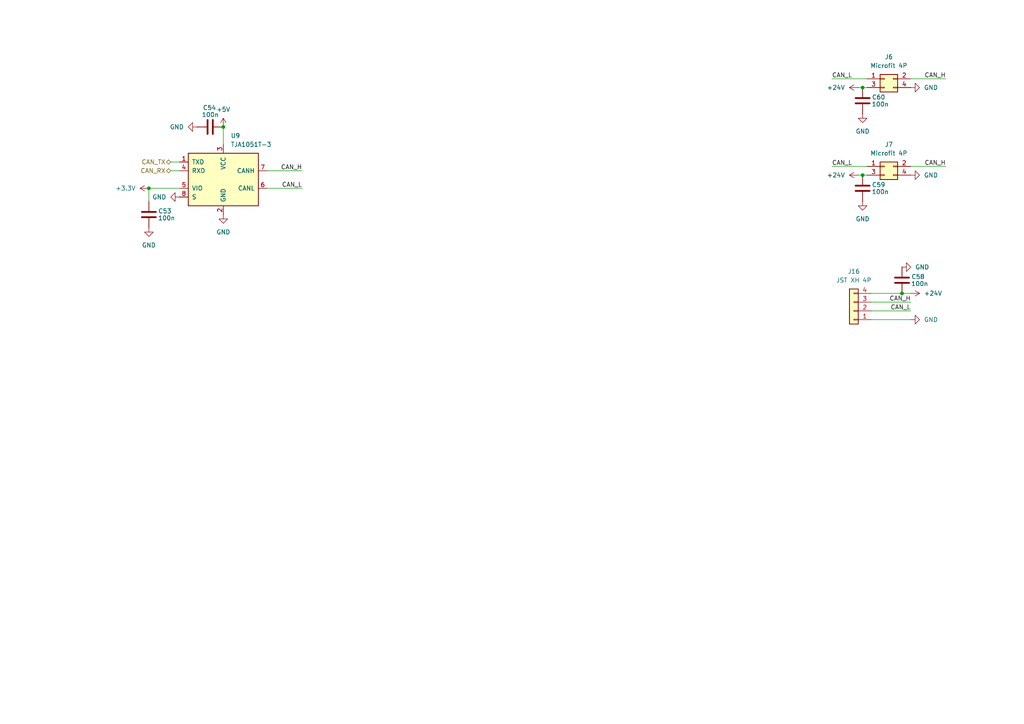
<source format=kicad_sch>
(kicad_sch (version 20250114) (generator "eeschema") (generator_version "9.0")
  (paper "A4")
  (lib_symbols
    (symbol "Connector_Generic:Conn_01x04" (pin_names (offset 1.016) (hide yes))
      (property "Reference" "J" (at 0 5.08 0))
      (property "Value" "Conn_01x04" (at 0 -7.62 0))
      (symbol "Conn_01x04_1_1"
        (rectangle (start -1.27 3.81) (end 1.27 -6.35) (stroke (width 0.254)) (fill (type background)))
        (rectangle (start -1.27 2.667) (end 0 2.413) (stroke (width 0.1524)))
        (rectangle (start -1.27 0.127) (end 0 -0.127) (stroke (width 0.1524)))
        (rectangle (start -1.27 -2.413) (end 0 -2.667) (stroke (width 0.1524)))
        (rectangle (start -1.27 -4.953) (end 0 -5.207) (stroke (width 0.1524)))
        (pin passive line (at -5.08 2.54 0) (length 3.81) (name "Pin_1") (number "1"))
        (pin passive line (at -5.08 0 0) (length 3.81) (name "Pin_2") (number "2"))
        (pin passive line (at -5.08 -2.54 0) (length 3.81) (name "Pin_3") (number "3"))
        (pin passive line (at -5.08 -5.08 0) (length 3.81) (name "Pin_4") (number "4"))
      )
    )
    (symbol "Connector_Generic:Conn_02x02_Odd_Even" (pin_names (offset 1.016) (hide yes))
      (property "Reference" "J" (at 1.27 2.54 0))
      (property "Value" "Conn_02x02_Odd_Even" (at 1.27 -5.08 0))
      (symbol "Conn_02x02_Odd_Even_1_1"
        (rectangle (start -1.27 1.27) (end 3.81 -3.81) (stroke (width 0.254)) (fill (type background)))
        (rectangle (start -1.27 0.127) (end 0 -0.127) (stroke (width 0.1524)))
        (rectangle (start -1.27 -2.413) (end 0 -2.667) (stroke (width 0.1524)))
        (rectangle (start 3.81 0.127) (end 2.54 -0.127) (stroke (width 0.1524)))
        (rectangle (start 3.81 -2.413) (end 2.54 -2.667) (stroke (width 0.1524)))
        (pin passive line (at -5.08 0 0) (length 3.81) (name "Pin_1") (number "1"))
        (pin passive line (at -5.08 -2.54 0) (length 3.81) (name "Pin_3") (number "3"))
        (pin passive line (at 7.62 0 180) (length 3.81) (name "Pin_2") (number "2"))
        (pin passive line (at 7.62 -2.54 180) (length 3.81) (name "Pin_4") (number "4"))
      )
    )
    (symbol "Device:C" (pin_numbers (hide yes)) (pin_names (offset 0.254))
      (property "Reference" "C" (at 0.635 2.54 0))
      (property "Value" "C" (at 0.635 -2.54 0))
      (symbol "C_0_1"
        (polyline (pts (xy -2.032 0.762) (xy 2.032 0.762)) (stroke (width 0.508)))
        (polyline (pts (xy -2.032 -0.762) (xy 2.032 -0.762)) (stroke (width 0.508)))
      )
      (symbol "C_1_1"
        (pin passive line (at 0 3.81 270) (length 2.794) (name "~") (number "1"))
        (pin passive line (at 0 -3.81 90) (length 2.794) (name "~") (number "2"))
      )
    )
    (symbol "Interface_CAN_LIN:TJA1051T-3" (pin_names (offset 1.016))
      (property "Reference" "U" (at -10.16 8.89 0))
      (property "Value" "TJA1051T-3" (at 1.27 8.89 0))
      (symbol "TJA1051T-3_0_1"
        (rectangle (start -10.16 7.62) (end 10.16 -7.62) (stroke (width 0.254)) (fill (type background)))
      )
      (symbol "TJA1051T-3_1_1"
        (pin input line (at -12.7 5.08 0) (length 2.54) (name "TXD") (number "1"))
        (pin output line (at -12.7 2.54 0) (length 2.54) (name "RXD") (number "4"))
        (pin power_in line (at -12.7 -2.54 0) (length 2.54) (name "VIO") (number "5"))
        (pin input line (at -12.7 -5.08 0) (length 2.54) (name "S") (number "8"))
        (pin power_in line (at 0 10.16 270) (length 2.54) (name "VCC") (number "3"))
        (pin power_in line (at 0 -10.16 90) (length 2.54) (name "GND") (number "2"))
        (pin bidirectional line (at 12.7 2.54 180) (length 2.54) (name "CANH") (number "7"))
        (pin bidirectional line (at 12.7 -2.54 180) (length 2.54) (name "CANL") (number "6"))
      )
    )
    (symbol "power:+24V" (power) (pin_numbers (hide yes)) (pin_names (offset 0) (hide yes))
      (property "Value" "+24V" (at 0 3.556 0))
      (symbol "+24V_0_1"
        (polyline (pts (xy -0.762 1.27) (xy 0 2.54)))
        (polyline (pts (xy 0 2.54) (xy 0.762 1.27)))
        (polyline (pts (xy 0 0) (xy 0 2.54)))
      )
      (symbol "+24V_1_1"
        (pin power_in line (at 0 0 90) (length 0) (name "~") (number "1"))
      )
    )
    (symbol "power:+3.3V" (power) (pin_numbers (hide yes)) (pin_names (offset 0) (hide yes))
      (property "Value" "+3.3V" (at 0 3.556 0))
      (symbol "+3.3V_0_1"
        (polyline (pts (xy -0.762 1.27) (xy 0 2.54)))
        (polyline (pts (xy 0 2.54) (xy 0.762 1.27)))
        (polyline (pts (xy 0 0) (xy 0 2.54)))
      )
      (symbol "+3.3V_1_1"
        (pin power_in line (at 0 0 90) (length 0) (name "~") (number "1"))
      )
    )
    (symbol "power:+5V" (power) (pin_numbers (hide yes)) (pin_names (offset 0) (hide yes))
      (property "Value" "+5V" (at 0 3.556 0))
      (symbol "+5V_0_1"
        (polyline (pts (xy -0.762 1.27) (xy 0 2.54)))
        (polyline (pts (xy 0 2.54) (xy 0.762 1.27)))
        (polyline (pts (xy 0 0) (xy 0 2.54)))
      )
      (symbol "+5V_1_1"
        (pin power_in line (at 0 0 90) (length 0) (name "~") (number "1"))
      )
    )
    (symbol "power:GND" (power) (pin_numbers (hide yes)) (pin_names (offset 0) (hide yes))
      (property "Value" "GND" (at 0 -3.81 0))
      (symbol "GND_0_1"
        (polyline (pts (xy 0 0) (xy 0 -1.27) (xy 1.27 -1.27) (xy 0 -2.54) (xy -1.27 -1.27) (xy 0 -1.27)))
      )
      (symbol "GND_1_1"
        (pin power_in line (at 0 0 270) (length 0) (name "~") (number "1"))
      )
    )
  )
  (junction (at 43.18 54.61))
  (junction (at 250.19 50.8))
  (junction (at 261.62 85.09))
  (junction (at 250.19 25.4))
  (junction (at 64.77 36.83))
  (wire (pts (xy 64.77 36.83) (xy 64.77 41.91)))
  (wire (pts (xy 77.47 54.61) (xy 87.63 54.61)))
  (wire (pts (xy 252.73 85.09) (xy 261.62 85.09)))
  (wire (pts (xy 49.53 49.53) (xy 52.07 49.53)))
  (wire (pts (xy 43.18 58.42) (xy 43.18 54.61)))
  (wire (pts (xy 252.73 90.17) (xy 264.16 90.17)))
  (wire (pts (xy 77.47 49.53) (xy 87.63 49.53)))
  (wire (pts (xy 252.73 87.63) (xy 264.16 87.63)))
  (wire (pts (xy 261.62 85.09) (xy 264.16 85.09)))
  (wire (pts (xy 250.19 50.8) (xy 251.46 50.8)))
  (wire (pts (xy 248.92 50.8) (xy 250.19 50.8)))
  (wire (pts (xy 264.16 48.26) (xy 274.32 48.26)))
  (wire (pts (xy 250.19 25.4) (xy 251.46 25.4)))
  (wire (pts (xy 248.92 25.4) (xy 250.19 25.4)))
  (wire (pts (xy 43.18 54.61) (xy 52.07 54.61)))
  (wire (pts (xy 49.53 46.99) (xy 52.07 46.99)))
  (wire (pts (xy 264.16 22.86) (xy 274.32 22.86)))
  (wire (pts (xy 252.73 92.71) (xy 264.16 92.71)))
  (wire (pts (xy 241.3 22.86) (xy 251.46 22.86)))
  (wire (pts (xy 241.3 48.26) (xy 251.46 48.26)))
  (label "CAN_H" (at 274.32 22.86 180))
  (label "CAN_H" (at 264.16 87.63 180))
  (label "CAN_H" (at 87.63 49.53 180))
  (label "CAN_H" (at 274.32 48.26 180))
  (label "CAN_L" (at 87.63 54.61 180))
  (label "CAN_L" (at 241.3 48.26 0))
  (label "CAN_L" (at 264.16 90.17 180))
  (label "CAN_L" (at 241.3 22.86 0))
  (hierarchical_label "CAN_TX" (shape bidirectional) (at 49.53 46.99 180))
  (hierarchical_label "CAN_RX" (shape bidirectional) (at 49.53 49.53 180))
  (symbol (lib_id "Connector_Generic:Conn_01x04") (at 247.65 90.17 180) (unit 1)
    (property "Reference" "J16" (at 247.65 78.74 0))
    (property "Value" "JST XH 4P" (at 247.65 81.28 0))
    (property "Footprint" "Connector_JST:JST_XH_S4B-XH-A_1x04_P2.50mm_Horizontal" (effects (hide yes)))
    (property "Description" "Generic connector, single row, 01x04, script generated (kicad-library-utils/schlib/autogen/connector/)" (effects (hide yes)))
  )
  (symbol (lib_id "power:GND") (at 43.18 66.04 0) (unit 1)
    (property "Reference" "#PWR0132" (effects (hide yes)))
    (property "Value" "GND" (at 43.18 71.12 0))
    (property "Description" "Power symbol creates a global label with name \"GND\" , ground" (effects (hide yes)))
  )
  (symbol (lib_id "Device:C") (at 250.19 29.21 180) (unit 1)
    (property "Reference" "C60" (at 256.794 28.194 0) (effects (justify left)))
    (property "Value" "100n" (at 257.81 30.226 0) (effects (justify left)))
    (property "Footprint" "Capacitor_SMD:C_0402_1005Metric" (effects (hide yes)))
  )
  (symbol (lib_id "Device:C") (at 60.96 36.83 90) (unit 1)
    (property "Reference" "C54" (at 62.738 31.242 90) (effects (justify left)))
    (property "Value" "100n" (at 63.5 33.274 90) (effects (justify left)))
    (property "Footprint" "Capacitor_SMD:C_0402_1005Metric" (effects (hide yes)))
  )
  (symbol (lib_id "Connector_Generic:Conn_02x02_Odd_Even") (at 256.54 48.26 0) (unit 1)
    (property "Reference" "J7" (at 257.81 41.91 0))
    (property "Value" "Microfit 4P" (at 257.81 44.45 0))
    (property "Footprint" "Connector_Molex:Molex_Micro-Fit_3.0_43045-0412_2x02_P3.00mm_Vertical" (effects (hide yes)))
    (property "Description" "Generic connector, double row, 02x02, odd/even pin numbering scheme (row 1 odd numbers, row 2 even numbers), script generated (kicad-library-utils/schlib/autogen/connector/)" (effects (hide yes)))
  )
  (symbol (lib_id "Device:C") (at 261.62 81.28 180) (unit 1)
    (property "Reference" "C58" (at 268.224 80.264 0) (effects (justify left)))
    (property "Value" "100n" (at 269.24 82.296 0) (effects (justify left)))
    (property "Footprint" "Capacitor_SMD:C_0402_1005Metric" (effects (hide yes)))
  )
  (symbol (lib_id "power:GND") (at 264.16 25.4 90) (unit 1)
    (property "Reference" "#PWR0149" (effects (hide yes)))
    (property "Value" "GND" (at 267.97 25.3999 90) (effects (justify right)))
    (property "Description" "Power symbol creates a global label with name \"GND\" , ground" (effects (hide yes)))
  )
  (symbol (lib_id "power:GND") (at 264.16 92.71 90) (unit 1)
    (property "Reference" "#PWR0152" (effects (hide yes)))
    (property "Value" "GND" (at 267.97 92.7099 90) (effects (justify right)))
    (property "Description" "Power symbol creates a global label with name \"GND\" , ground" (effects (hide yes)))
  )
  (symbol (lib_id "Device:C") (at 43.18 62.23 180) (unit 1)
    (property "Reference" "C53" (at 49.784 61.214 0) (effects (justify left)))
    (property "Value" "100n" (at 50.8 63.246 0) (effects (justify left)))
    (property "Footprint" "Capacitor_SMD:C_0402_1005Metric" (effects (hide yes)))
  )
  (symbol (lib_id "Interface_CAN_LIN:TJA1051T-3") (at 64.77 52.07 0) (unit 1)
    (property "Reference" "U9" (at 66.9133 39.37 0) (effects (justify left)))
    (property "Value" "TJA1051T-3" (at 66.9133 41.91 0) (effects (justify left)))
    (property "Footprint" "Package_SO:SOIC-8_3.9x4.9mm_P1.27mm" (effects (hide yes)))
    (property "Datasheet" "http://www.nxp.com/docs/en/data-sheet/TJA1051.pdf" (effects (hide yes)))
    (property "Description" "High-Speed CAN Transceiver, separate VIO, silent mode, SOIC-8" (effects (hide yes)))
  )
  (symbol (lib_id "Connector_Generic:Conn_02x02_Odd_Even") (at 256.54 22.86 0) (unit 1)
    (property "Reference" "J6" (at 257.81 16.51 0))
    (property "Value" "Microfit 4P" (at 257.81 19.05 0))
    (property "Footprint" "Connector_Molex:Molex_Micro-Fit_3.0_43045-0412_2x02_P3.00mm_Vertical" (effects (hide yes)))
    (property "Description" "Generic connector, double row, 02x02, odd/even pin numbering scheme (row 1 odd numbers, row 2 even numbers), script generated (kicad-library-utils/schlib/autogen/connector/)" (effects (hide yes)))
  )
  (symbol (lib_id "power:GND") (at 57.15 36.83 270) (unit 1)
    (property "Reference" "#PWR0134" (effects (hide yes)))
    (property "Value" "GND" (at 53.34 36.8299 90) (effects (justify right)))
    (property "Description" "Power symbol creates a global label with name \"GND\" , ground" (effects (hide yes)))
  )
  (symbol (lib_id "power:GND") (at 261.62 77.47 90) (unit 1)
    (property "Reference" "#PWR0154" (effects (hide yes)))
    (property "Value" "GND" (at 265.43 77.4699 90) (effects (justify right)))
    (property "Description" "Power symbol creates a global label with name \"GND\" , ground" (effects (hide yes)))
  )
  (symbol (lib_id "power:+24V") (at 264.16 85.09 270) (unit 1)
    (property "Reference" "#PWR0153" (effects (hide yes)))
    (property "Value" "+24V" (at 267.97 85.0899 90) (effects (justify left)))
    (property "Description" "Power symbol creates a global label with name \"+24V\"" (effects (hide yes)))
  )
  (symbol (lib_id "power:GND") (at 64.77 62.23 0) (unit 1)
    (property "Reference" "#PWR0136" (effects (hide yes)))
    (property "Value" "GND" (at 64.77 67.31 0))
    (property "Description" "Power symbol creates a global label with name \"GND\" , ground" (effects (hide yes)))
  )
  (symbol (lib_id "power:GND") (at 264.16 50.8 90) (unit 1)
    (property "Reference" "#PWR0151" (effects (hide yes)))
    (property "Value" "GND" (at 267.97 50.7999 90) (effects (justify right)))
    (property "Description" "Power symbol creates a global label with name \"GND\" , ground" (effects (hide yes)))
  )
  (symbol (lib_id "power:GND") (at 52.07 57.15 270) (unit 1)
    (property "Reference" "#PWR0133" (effects (hide yes)))
    (property "Value" "GND" (at 48.26 57.1499 90) (effects (justify right)))
    (property "Description" "Power symbol creates a global label with name \"GND\" , ground" (effects (hide yes)))
  )
  (symbol (lib_id "power:GND") (at 250.19 33.02 0) (unit 1)
    (property "Reference" "#PWR0156" (effects (hide yes)))
    (property "Value" "GND" (at 250.19 38.1 0))
    (property "Description" "Power symbol creates a global label with name \"GND\" , ground" (effects (hide yes)))
  )
  (symbol (lib_id "power:+3.3V") (at 43.18 54.61 90) (unit 1)
    (property "Reference" "#PWR0131" (effects (hide yes)))
    (property "Value" "+3.3V" (at 39.37 54.6099 90) (effects (justify left)))
    (property "Description" "Power symbol creates a global label with name \"+3.3V\"" (effects (hide yes)))
  )
  (symbol (lib_id "power:GND") (at 250.19 58.42 0) (unit 1)
    (property "Reference" "#PWR0155" (effects (hide yes)))
    (property "Value" "GND" (at 250.19 63.5 0))
    (property "Description" "Power symbol creates a global label with name \"GND\" , ground" (effects (hide yes)))
  )
  (symbol (lib_id "power:+5V") (at 64.77 36.83 0) (unit 1)
    (property "Reference" "#PWR0135" (effects (hide yes)))
    (property "Value" "+5V" (at 64.77 31.75 0))
    (property "Description" "Power symbol creates a global label with name \"+5V\"" (effects (hide yes)))
  )
  (symbol (lib_id "power:+24V") (at 248.92 25.4 90) (unit 1)
    (property "Reference" "#PWR0148" (effects (hide yes)))
    (property "Value" "+24V" (at 245.11 25.3999 90) (effects (justify left)))
    (property "Description" "Power symbol creates a global label with name \"+24V\"" (effects (hide yes)))
  )
  (symbol (lib_id "power:+24V") (at 248.92 50.8 90) (unit 1)
    (property "Reference" "#PWR0150" (effects (hide yes)))
    (property "Value" "+24V" (at 245.11 50.7999 90) (effects (justify left)))
    (property "Description" "Power symbol creates a global label with name \"+24V\"" (effects (hide yes)))
  )
  (symbol (lib_id "Device:C") (at 250.19 54.61 180) (unit 1)
    (property "Reference" "C59" (at 256.794 53.594 0) (effects (justify left)))
    (property "Value" "100n" (at 257.81 55.626 0) (effects (justify left)))
    (property "Footprint" "Capacitor_SMD:C_0402_1005Metric" (effects (hide yes)))
  )
)
</source>
